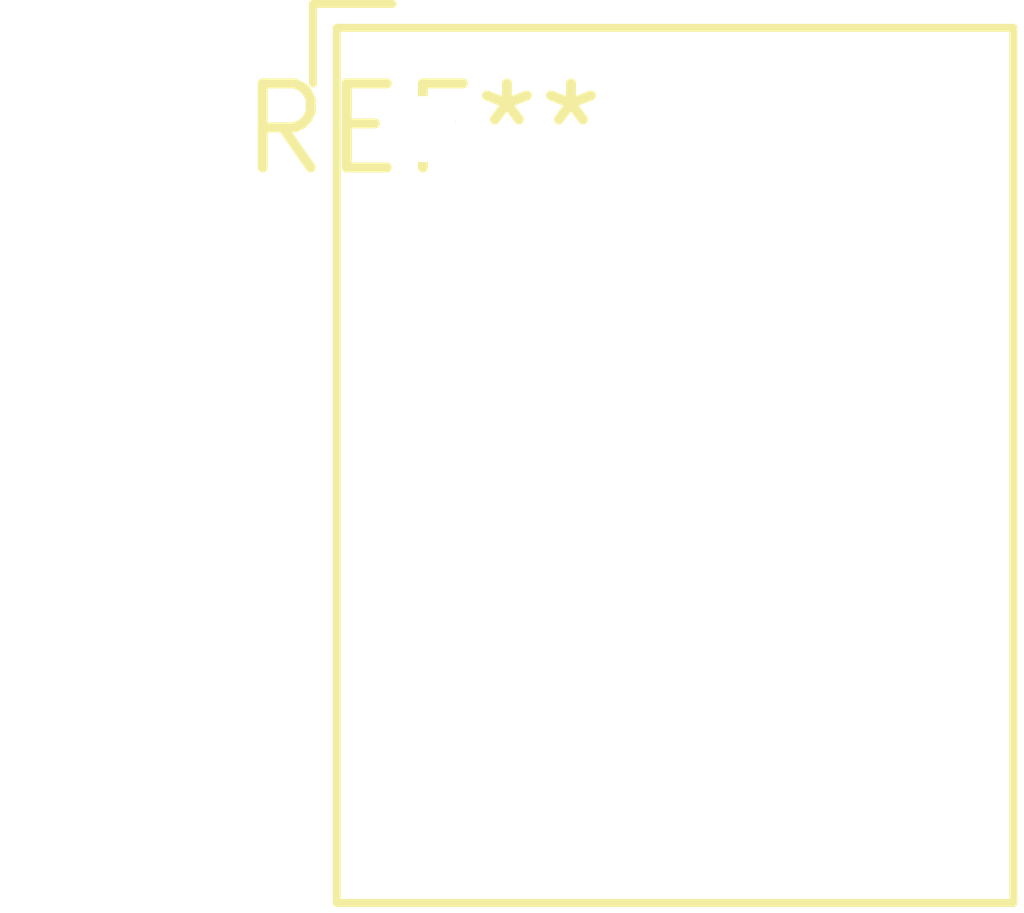
<source format=kicad_pcb>
(kicad_pcb (version 20240108) (generator pcbnew)
  (layers (0 "F.Cu" signal) (31 "B.Cu" signal) (34 "B.Paste" user) (35 "F.Paste" user) (36 "B.SilkS" user "B.Silkscreen") (37 "F.SilkS" user "F.Silkscreen") (38 "B.Mask" user) (39 "F.Mask" user) (44 "Edge.Cuts" user))
  (net 0 "")
  (footprint "Sx39-1xxxxx" (layer "F.Cu") (at 0 0)
    (property "Reference" "REF**")
    (property "Value" "Sx39-1xxxxx")
    (fp_line (start -1.66 -1.89) (end -0.46 -1.89) (layer "F.SilkS") (stroke (width 0.12)))
    (fp_line (start -1.66 -0.69) (end -1.66 -1.89) (layer "F.SilkS") (stroke (width 0.12)))
    (fp_line (start -1.3 -1.53) (end -1.3 11.69) (layer "F.SilkS") (stroke (width 0.12)))
    (fp_line (start -1.3 11.69) (end 8.92 11.69) (layer "F.SilkS") (stroke (width 0.12)))
    (fp_line (start 8.92 -1.53) (end -1.3 -1.53) (layer "F.SilkS") (stroke (width 0.12)))
    (fp_line (start 8.92 11.69) (end 8.92 -1.53) (layer "F.SilkS") (stroke (width 0.12)))
    (pad "1" thru_hole rect (at 0 0) (size 1.7 1.7) (drill 1) (layers *.Cu *.Mask) (remove_unused_layers))
    (pad "2" thru_hole circle (at 0 2.54) (size 1.7 1.7) (drill 1) (layers *.Cu *.Mask) (remove_unused_layers))
    (pad "3" thru_hole circle (at 0 5.08) (size 1.7 1.7) (drill 1) (layers *.Cu *.Mask) (remove_unused_layers))
    (pad "4" thru_hole circle (at 0 7.62) (size 1.7 1.7) (drill 1) (layers *.Cu *.Mask) (remove_unused_layers))
    (pad "5" thru_hole circle (at 0 10.16) (size 1.7 1.7) (drill 1) (layers *.Cu *.Mask) (remove_unused_layers))
    (pad "6" thru_hole circle (at 7.62 10.16) (size 1.7 1.7) (drill 1) (layers *.Cu *.Mask) (remove_unused_layers))
    (pad "7" thru_hole circle (at 7.62 7.62) (size 1.7 1.7) (drill 1) (layers *.Cu *.Mask) (remove_unused_layers))
    (pad "8" thru_hole circle (at 7.62 5.08) (size 1.7 1.7) (drill 1) (layers *.Cu *.Mask) (remove_unused_layers))
    (pad "9" thru_hole circle (at 7.62 2.54) (size 1.7 1.7) (drill 1) (layers *.Cu *.Mask) (remove_unused_layers))
    (pad "10" thru_hole circle (at 7.62 0) (size 1.7 1.7) (drill 1) (layers *.Cu *.Mask) (remove_unused_layers))
  )
)
</source>
